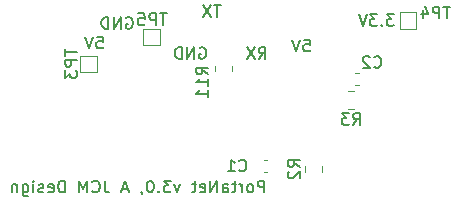
<source format=gbr>
G04 #@! TF.GenerationSoftware,KiCad,Pcbnew,6.0.4+dfsg-1*
G04 #@! TF.CreationDate,2022-04-07T16:59:10-04:00*
G04 #@! TF.ProjectId,PortaNet,506f7274-614e-4657-942e-6b696361645f,rev?*
G04 #@! TF.SameCoordinates,Original*
G04 #@! TF.FileFunction,Legend,Bot*
G04 #@! TF.FilePolarity,Positive*
%FSLAX46Y46*%
G04 Gerber Fmt 4.6, Leading zero omitted, Abs format (unit mm)*
G04 Created by KiCad (PCBNEW 6.0.4+dfsg-1) date 2022-04-07 16:59:10*
%MOMM*%
%LPD*%
G01*
G04 APERTURE LIST*
%ADD10C,0.150000*%
%ADD11C,0.120000*%
G04 APERTURE END LIST*
D10*
X138683904Y-64016000D02*
X138779142Y-63968380D01*
X138922000Y-63968380D01*
X139064857Y-64016000D01*
X139160095Y-64111238D01*
X139207714Y-64206476D01*
X139255333Y-64396952D01*
X139255333Y-64539809D01*
X139207714Y-64730285D01*
X139160095Y-64825523D01*
X139064857Y-64920761D01*
X138922000Y-64968380D01*
X138826761Y-64968380D01*
X138683904Y-64920761D01*
X138636285Y-64873142D01*
X138636285Y-64539809D01*
X138826761Y-64539809D01*
X138207714Y-64968380D02*
X138207714Y-63968380D01*
X137636285Y-64968380D01*
X137636285Y-63968380D01*
X137160095Y-64968380D02*
X137160095Y-63968380D01*
X136922000Y-63968380D01*
X136779142Y-64016000D01*
X136683904Y-64111238D01*
X136636285Y-64206476D01*
X136588666Y-64396952D01*
X136588666Y-64539809D01*
X136636285Y-64730285D01*
X136683904Y-64825523D01*
X136779142Y-64920761D01*
X136922000Y-64968380D01*
X137160095Y-64968380D01*
X144906904Y-66556000D02*
X145002142Y-66508380D01*
X145145000Y-66508380D01*
X145287857Y-66556000D01*
X145383095Y-66651238D01*
X145430714Y-66746476D01*
X145478333Y-66936952D01*
X145478333Y-67079809D01*
X145430714Y-67270285D01*
X145383095Y-67365523D01*
X145287857Y-67460761D01*
X145145000Y-67508380D01*
X145049761Y-67508380D01*
X144906904Y-67460761D01*
X144859285Y-67413142D01*
X144859285Y-67079809D01*
X145049761Y-67079809D01*
X144430714Y-67508380D02*
X144430714Y-66508380D01*
X143859285Y-67508380D01*
X143859285Y-66508380D01*
X143383095Y-67508380D02*
X143383095Y-66508380D01*
X143145000Y-66508380D01*
X143002142Y-66556000D01*
X142906904Y-66651238D01*
X142859285Y-66746476D01*
X142811666Y-66936952D01*
X142811666Y-67079809D01*
X142859285Y-67270285D01*
X142906904Y-67365523D01*
X143002142Y-67460761D01*
X143145000Y-67508380D01*
X143383095Y-67508380D01*
X146684904Y-62952380D02*
X146113476Y-62952380D01*
X146399190Y-63952380D02*
X146399190Y-62952380D01*
X145875380Y-62952380D02*
X145208714Y-63952380D01*
X145208714Y-62952380D02*
X145875380Y-63952380D01*
X153733476Y-65873380D02*
X154209666Y-65873380D01*
X154257285Y-66349571D01*
X154209666Y-66301952D01*
X154114428Y-66254333D01*
X153876333Y-66254333D01*
X153781095Y-66301952D01*
X153733476Y-66349571D01*
X153685857Y-66444809D01*
X153685857Y-66682904D01*
X153733476Y-66778142D01*
X153781095Y-66825761D01*
X153876333Y-66873380D01*
X154114428Y-66873380D01*
X154209666Y-66825761D01*
X154257285Y-66778142D01*
X153400142Y-65873380D02*
X153066809Y-66873380D01*
X152733476Y-65873380D01*
X136207476Y-65619380D02*
X136683666Y-65619380D01*
X136731285Y-66095571D01*
X136683666Y-66047952D01*
X136588428Y-66000333D01*
X136350333Y-66000333D01*
X136255095Y-66047952D01*
X136207476Y-66095571D01*
X136159857Y-66190809D01*
X136159857Y-66428904D01*
X136207476Y-66524142D01*
X136255095Y-66571761D01*
X136350333Y-66619380D01*
X136588428Y-66619380D01*
X136683666Y-66571761D01*
X136731285Y-66524142D01*
X135874142Y-65619380D02*
X135540809Y-66619380D01*
X135207476Y-65619380D01*
X161369190Y-63714380D02*
X160750142Y-63714380D01*
X161083476Y-64095333D01*
X160940619Y-64095333D01*
X160845380Y-64142952D01*
X160797761Y-64190571D01*
X160750142Y-64285809D01*
X160750142Y-64523904D01*
X160797761Y-64619142D01*
X160845380Y-64666761D01*
X160940619Y-64714380D01*
X161226333Y-64714380D01*
X161321571Y-64666761D01*
X161369190Y-64619142D01*
X160321571Y-64619142D02*
X160273952Y-64666761D01*
X160321571Y-64714380D01*
X160369190Y-64666761D01*
X160321571Y-64619142D01*
X160321571Y-64714380D01*
X159940619Y-63714380D02*
X159321571Y-63714380D01*
X159654904Y-64095333D01*
X159512047Y-64095333D01*
X159416809Y-64142952D01*
X159369190Y-64190571D01*
X159321571Y-64285809D01*
X159321571Y-64523904D01*
X159369190Y-64619142D01*
X159416809Y-64666761D01*
X159512047Y-64714380D01*
X159797761Y-64714380D01*
X159893000Y-64666761D01*
X159940619Y-64619142D01*
X159035857Y-63714380D02*
X158702523Y-64714380D01*
X158369190Y-63714380D01*
X150390476Y-78811380D02*
X150390476Y-77811380D01*
X150009523Y-77811380D01*
X149914285Y-77859000D01*
X149866666Y-77906619D01*
X149819047Y-78001857D01*
X149819047Y-78144714D01*
X149866666Y-78239952D01*
X149914285Y-78287571D01*
X150009523Y-78335190D01*
X150390476Y-78335190D01*
X149247619Y-78811380D02*
X149342857Y-78763761D01*
X149390476Y-78716142D01*
X149438095Y-78620904D01*
X149438095Y-78335190D01*
X149390476Y-78239952D01*
X149342857Y-78192333D01*
X149247619Y-78144714D01*
X149104761Y-78144714D01*
X149009523Y-78192333D01*
X148961904Y-78239952D01*
X148914285Y-78335190D01*
X148914285Y-78620904D01*
X148961904Y-78716142D01*
X149009523Y-78763761D01*
X149104761Y-78811380D01*
X149247619Y-78811380D01*
X148485714Y-78811380D02*
X148485714Y-78144714D01*
X148485714Y-78335190D02*
X148438095Y-78239952D01*
X148390476Y-78192333D01*
X148295238Y-78144714D01*
X148200000Y-78144714D01*
X148009523Y-78144714D02*
X147628571Y-78144714D01*
X147866666Y-77811380D02*
X147866666Y-78668523D01*
X147819047Y-78763761D01*
X147723809Y-78811380D01*
X147628571Y-78811380D01*
X146866666Y-78811380D02*
X146866666Y-78287571D01*
X146914285Y-78192333D01*
X147009523Y-78144714D01*
X147200000Y-78144714D01*
X147295238Y-78192333D01*
X146866666Y-78763761D02*
X146961904Y-78811380D01*
X147200000Y-78811380D01*
X147295238Y-78763761D01*
X147342857Y-78668523D01*
X147342857Y-78573285D01*
X147295238Y-78478047D01*
X147200000Y-78430428D01*
X146961904Y-78430428D01*
X146866666Y-78382809D01*
X146390476Y-78811380D02*
X146390476Y-77811380D01*
X145819047Y-78811380D01*
X145819047Y-77811380D01*
X144961904Y-78763761D02*
X145057142Y-78811380D01*
X145247619Y-78811380D01*
X145342857Y-78763761D01*
X145390476Y-78668523D01*
X145390476Y-78287571D01*
X145342857Y-78192333D01*
X145247619Y-78144714D01*
X145057142Y-78144714D01*
X144961904Y-78192333D01*
X144914285Y-78287571D01*
X144914285Y-78382809D01*
X145390476Y-78478047D01*
X144628571Y-78144714D02*
X144247619Y-78144714D01*
X144485714Y-77811380D02*
X144485714Y-78668523D01*
X144438095Y-78763761D01*
X144342857Y-78811380D01*
X144247619Y-78811380D01*
X143247619Y-78144714D02*
X143009523Y-78811380D01*
X142771428Y-78144714D01*
X142485714Y-77811380D02*
X141866666Y-77811380D01*
X142200000Y-78192333D01*
X142057142Y-78192333D01*
X141961904Y-78239952D01*
X141914285Y-78287571D01*
X141866666Y-78382809D01*
X141866666Y-78620904D01*
X141914285Y-78716142D01*
X141961904Y-78763761D01*
X142057142Y-78811380D01*
X142342857Y-78811380D01*
X142438095Y-78763761D01*
X142485714Y-78716142D01*
X141438095Y-78716142D02*
X141390476Y-78763761D01*
X141438095Y-78811380D01*
X141485714Y-78763761D01*
X141438095Y-78716142D01*
X141438095Y-78811380D01*
X140771428Y-77811380D02*
X140676190Y-77811380D01*
X140580952Y-77859000D01*
X140533333Y-77906619D01*
X140485714Y-78001857D01*
X140438095Y-78192333D01*
X140438095Y-78430428D01*
X140485714Y-78620904D01*
X140533333Y-78716142D01*
X140580952Y-78763761D01*
X140676190Y-78811380D01*
X140771428Y-78811380D01*
X140866666Y-78763761D01*
X140914285Y-78716142D01*
X140961904Y-78620904D01*
X141009523Y-78430428D01*
X141009523Y-78192333D01*
X140961904Y-78001857D01*
X140914285Y-77906619D01*
X140866666Y-77859000D01*
X140771428Y-77811380D01*
X139961904Y-78763761D02*
X139961904Y-78811380D01*
X140009523Y-78906619D01*
X140057142Y-78954238D01*
X138819047Y-78525666D02*
X138342857Y-78525666D01*
X138914285Y-78811380D02*
X138580952Y-77811380D01*
X138247619Y-78811380D01*
X136866666Y-77811380D02*
X136866666Y-78525666D01*
X136914285Y-78668523D01*
X137009523Y-78763761D01*
X137152380Y-78811380D01*
X137247619Y-78811380D01*
X135819047Y-78716142D02*
X135866666Y-78763761D01*
X136009523Y-78811380D01*
X136104761Y-78811380D01*
X136247619Y-78763761D01*
X136342857Y-78668523D01*
X136390476Y-78573285D01*
X136438095Y-78382809D01*
X136438095Y-78239952D01*
X136390476Y-78049476D01*
X136342857Y-77954238D01*
X136247619Y-77859000D01*
X136104761Y-77811380D01*
X136009523Y-77811380D01*
X135866666Y-77859000D01*
X135819047Y-77906619D01*
X135390476Y-78811380D02*
X135390476Y-77811380D01*
X135057142Y-78525666D01*
X134723809Y-77811380D01*
X134723809Y-78811380D01*
X133485714Y-78811380D02*
X133485714Y-77811380D01*
X133247619Y-77811380D01*
X133104761Y-77859000D01*
X133009523Y-77954238D01*
X132961904Y-78049476D01*
X132914285Y-78239952D01*
X132914285Y-78382809D01*
X132961904Y-78573285D01*
X133009523Y-78668523D01*
X133104761Y-78763761D01*
X133247619Y-78811380D01*
X133485714Y-78811380D01*
X132104761Y-78763761D02*
X132200000Y-78811380D01*
X132390476Y-78811380D01*
X132485714Y-78763761D01*
X132533333Y-78668523D01*
X132533333Y-78287571D01*
X132485714Y-78192333D01*
X132390476Y-78144714D01*
X132200000Y-78144714D01*
X132104761Y-78192333D01*
X132057142Y-78287571D01*
X132057142Y-78382809D01*
X132533333Y-78478047D01*
X131676190Y-78763761D02*
X131580952Y-78811380D01*
X131390476Y-78811380D01*
X131295238Y-78763761D01*
X131247619Y-78668523D01*
X131247619Y-78620904D01*
X131295238Y-78525666D01*
X131390476Y-78478047D01*
X131533333Y-78478047D01*
X131628571Y-78430428D01*
X131676190Y-78335190D01*
X131676190Y-78287571D01*
X131628571Y-78192333D01*
X131533333Y-78144714D01*
X131390476Y-78144714D01*
X131295238Y-78192333D01*
X130819047Y-78811380D02*
X130819047Y-78144714D01*
X130819047Y-77811380D02*
X130866666Y-77859000D01*
X130819047Y-77906619D01*
X130771428Y-77859000D01*
X130819047Y-77811380D01*
X130819047Y-77906619D01*
X129914285Y-78144714D02*
X129914285Y-78954238D01*
X129961904Y-79049476D01*
X130009523Y-79097095D01*
X130104761Y-79144714D01*
X130247619Y-79144714D01*
X130342857Y-79097095D01*
X129914285Y-78763761D02*
X130009523Y-78811380D01*
X130200000Y-78811380D01*
X130295238Y-78763761D01*
X130342857Y-78716142D01*
X130390476Y-78620904D01*
X130390476Y-78335190D01*
X130342857Y-78239952D01*
X130295238Y-78192333D01*
X130200000Y-78144714D01*
X130009523Y-78144714D01*
X129914285Y-78192333D01*
X129438095Y-78144714D02*
X129438095Y-78811380D01*
X129438095Y-78239952D02*
X129390476Y-78192333D01*
X129295238Y-78144714D01*
X129152380Y-78144714D01*
X129057142Y-78192333D01*
X129009523Y-78287571D01*
X129009523Y-78811380D01*
X149899666Y-67508380D02*
X150233000Y-67032190D01*
X150471095Y-67508380D02*
X150471095Y-66508380D01*
X150090142Y-66508380D01*
X149994904Y-66556000D01*
X149947285Y-66603619D01*
X149899666Y-66698857D01*
X149899666Y-66841714D01*
X149947285Y-66936952D01*
X149994904Y-66984571D01*
X150090142Y-67032190D01*
X150471095Y-67032190D01*
X149566333Y-66508380D02*
X148899666Y-67508380D01*
X148899666Y-66508380D02*
X149566333Y-67508380D01*
X145613380Y-68826142D02*
X145137190Y-68492809D01*
X145613380Y-68254714D02*
X144613380Y-68254714D01*
X144613380Y-68635666D01*
X144661000Y-68730904D01*
X144708619Y-68778523D01*
X144803857Y-68826142D01*
X144946714Y-68826142D01*
X145041952Y-68778523D01*
X145089571Y-68730904D01*
X145137190Y-68635666D01*
X145137190Y-68254714D01*
X145613380Y-69778523D02*
X145613380Y-69207095D01*
X145613380Y-69492809D02*
X144613380Y-69492809D01*
X144756238Y-69397571D01*
X144851476Y-69302333D01*
X144899095Y-69207095D01*
X145613380Y-70730904D02*
X145613380Y-70159476D01*
X145613380Y-70445190D02*
X144613380Y-70445190D01*
X144756238Y-70349952D01*
X144851476Y-70254714D01*
X144899095Y-70159476D01*
X159678666Y-68175142D02*
X159726285Y-68222761D01*
X159869142Y-68270380D01*
X159964380Y-68270380D01*
X160107238Y-68222761D01*
X160202476Y-68127523D01*
X160250095Y-68032285D01*
X160297714Y-67841809D01*
X160297714Y-67698952D01*
X160250095Y-67508476D01*
X160202476Y-67413238D01*
X160107238Y-67318000D01*
X159964380Y-67270380D01*
X159869142Y-67270380D01*
X159726285Y-67318000D01*
X159678666Y-67365619D01*
X159297714Y-67365619D02*
X159250095Y-67318000D01*
X159154857Y-67270380D01*
X158916761Y-67270380D01*
X158821523Y-67318000D01*
X158773904Y-67365619D01*
X158726285Y-67460857D01*
X158726285Y-67556095D01*
X158773904Y-67698952D01*
X159345333Y-68270380D01*
X158726285Y-68270380D01*
X153361380Y-76668333D02*
X152885190Y-76335000D01*
X153361380Y-76096904D02*
X152361380Y-76096904D01*
X152361380Y-76477857D01*
X152409000Y-76573095D01*
X152456619Y-76620714D01*
X152551857Y-76668333D01*
X152694714Y-76668333D01*
X152789952Y-76620714D01*
X152837571Y-76573095D01*
X152885190Y-76477857D01*
X152885190Y-76096904D01*
X152456619Y-77049285D02*
X152409000Y-77096904D01*
X152361380Y-77192142D01*
X152361380Y-77430238D01*
X152409000Y-77525476D01*
X152456619Y-77573095D01*
X152551857Y-77620714D01*
X152647095Y-77620714D01*
X152789952Y-77573095D01*
X153361380Y-77001666D01*
X153361380Y-77620714D01*
X133513380Y-66683095D02*
X133513380Y-67254523D01*
X134513380Y-66968809D02*
X133513380Y-66968809D01*
X134513380Y-67587857D02*
X133513380Y-67587857D01*
X133513380Y-67968809D01*
X133561000Y-68064047D01*
X133608619Y-68111666D01*
X133703857Y-68159285D01*
X133846714Y-68159285D01*
X133941952Y-68111666D01*
X133989571Y-68064047D01*
X134037190Y-67968809D01*
X134037190Y-67587857D01*
X133513380Y-68492619D02*
X133513380Y-69111666D01*
X133894333Y-68778333D01*
X133894333Y-68921190D01*
X133941952Y-69016428D01*
X133989571Y-69064047D01*
X134084809Y-69111666D01*
X134322904Y-69111666D01*
X134418142Y-69064047D01*
X134465761Y-69016428D01*
X134513380Y-68921190D01*
X134513380Y-68635476D01*
X134465761Y-68540238D01*
X134418142Y-68492619D01*
X148248666Y-76938142D02*
X148296285Y-76985761D01*
X148439142Y-77033380D01*
X148534380Y-77033380D01*
X148677238Y-76985761D01*
X148772476Y-76890523D01*
X148820095Y-76795285D01*
X148867714Y-76604809D01*
X148867714Y-76461952D01*
X148820095Y-76271476D01*
X148772476Y-76176238D01*
X148677238Y-76081000D01*
X148534380Y-76033380D01*
X148439142Y-76033380D01*
X148296285Y-76081000D01*
X148248666Y-76128619D01*
X147296285Y-77033380D02*
X147867714Y-77033380D01*
X147582000Y-77033380D02*
X147582000Y-76033380D01*
X147677238Y-76176238D01*
X147772476Y-76271476D01*
X147867714Y-76319095D01*
X166107904Y-63079380D02*
X165536476Y-63079380D01*
X165822190Y-64079380D02*
X165822190Y-63079380D01*
X165203142Y-64079380D02*
X165203142Y-63079380D01*
X164822190Y-63079380D01*
X164726952Y-63127000D01*
X164679333Y-63174619D01*
X164631714Y-63269857D01*
X164631714Y-63412714D01*
X164679333Y-63507952D01*
X164726952Y-63555571D01*
X164822190Y-63603190D01*
X165203142Y-63603190D01*
X163774571Y-63412714D02*
X163774571Y-64079380D01*
X164012666Y-63031761D02*
X164250761Y-63746047D01*
X163631714Y-63746047D01*
X157900666Y-73095380D02*
X158234000Y-72619190D01*
X158472095Y-73095380D02*
X158472095Y-72095380D01*
X158091142Y-72095380D01*
X157995904Y-72143000D01*
X157948285Y-72190619D01*
X157900666Y-72285857D01*
X157900666Y-72428714D01*
X157948285Y-72523952D01*
X157995904Y-72571571D01*
X158091142Y-72619190D01*
X158472095Y-72619190D01*
X157567333Y-72095380D02*
X156948285Y-72095380D01*
X157281619Y-72476333D01*
X157138761Y-72476333D01*
X157043523Y-72523952D01*
X156995904Y-72571571D01*
X156948285Y-72666809D01*
X156948285Y-72904904D01*
X156995904Y-73000142D01*
X157043523Y-73047761D01*
X157138761Y-73095380D01*
X157424476Y-73095380D01*
X157519714Y-73047761D01*
X157567333Y-73000142D01*
X142104904Y-63663380D02*
X141533476Y-63663380D01*
X141819190Y-64663380D02*
X141819190Y-63663380D01*
X141200142Y-64663380D02*
X141200142Y-63663380D01*
X140819190Y-63663380D01*
X140723952Y-63711000D01*
X140676333Y-63758619D01*
X140628714Y-63853857D01*
X140628714Y-63996714D01*
X140676333Y-64091952D01*
X140723952Y-64139571D01*
X140819190Y-64187190D01*
X141200142Y-64187190D01*
X139723952Y-63663380D02*
X140200142Y-63663380D01*
X140247761Y-64139571D01*
X140200142Y-64091952D01*
X140104904Y-64044333D01*
X139866809Y-64044333D01*
X139771571Y-64091952D01*
X139723952Y-64139571D01*
X139676333Y-64234809D01*
X139676333Y-64472904D01*
X139723952Y-64568142D01*
X139771571Y-64615761D01*
X139866809Y-64663380D01*
X140104904Y-64663380D01*
X140200142Y-64615761D01*
X140247761Y-64568142D01*
D11*
X146204000Y-68553064D02*
X146204000Y-68098936D01*
X147674000Y-68553064D02*
X147674000Y-68098936D01*
X158101420Y-68705000D02*
X158382580Y-68705000D01*
X158101420Y-69725000D02*
X158382580Y-69725000D01*
X153824000Y-76607936D02*
X153824000Y-77062064D01*
X155294000Y-76607936D02*
X155294000Y-77062064D01*
X134809000Y-68645000D02*
X136209000Y-68645000D01*
X136209000Y-67245000D02*
X134809000Y-67245000D01*
X136209000Y-68645000D02*
X136209000Y-67245000D01*
X134809000Y-67245000D02*
X134809000Y-68645000D01*
X150635580Y-76071000D02*
X150354420Y-76071000D01*
X150635580Y-77091000D02*
X150354420Y-77091000D01*
X163260000Y-63562000D02*
X161860000Y-63562000D01*
X161860000Y-64962000D02*
X163260000Y-64962000D01*
X161860000Y-63562000D02*
X161860000Y-64962000D01*
X163260000Y-64962000D02*
X163260000Y-63562000D01*
X157506936Y-70258000D02*
X157961064Y-70258000D01*
X157506936Y-71728000D02*
X157961064Y-71728000D01*
X140143000Y-64959000D02*
X140143000Y-66359000D01*
X141543000Y-66359000D02*
X141543000Y-64959000D01*
X141543000Y-64959000D02*
X140143000Y-64959000D01*
X140143000Y-66359000D02*
X141543000Y-66359000D01*
M02*

</source>
